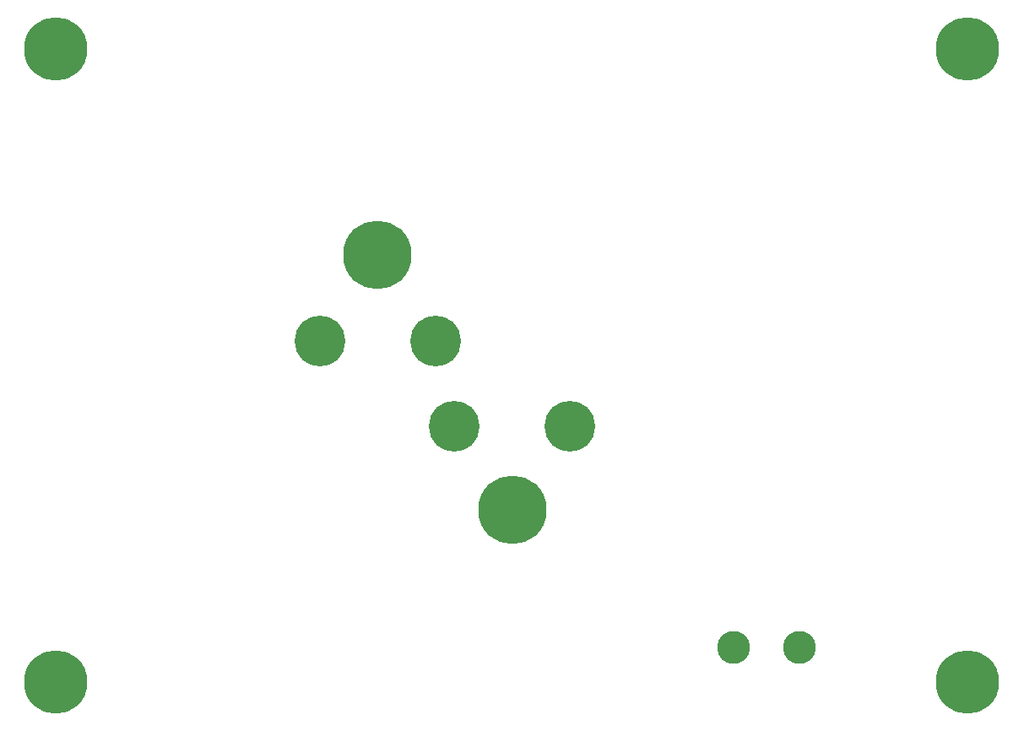
<source format=gbl>
G04 start of page 5 for group 3 idx 3 *
G04 Title: (unknown), 3GND *
G04 Creator: pcb 20110918 *
G04 CreationDate: Mon Dec 23 20:18:39 2013 UTC *
G04 For: fosse *
G04 Format: Gerber/RS-274X *
G04 PCB-Dimensions: 550000 350000 *
G04 PCB-Coordinate-Origin: lower left *
%MOIN*%
%FSLAX25Y25*%
%LNBOTTOM*%
%ADD50C,0.1160*%
%ADD49C,0.0890*%
%ADD48C,0.1090*%
%ADD47C,0.0945*%
%ADD46C,0.1150*%
%ADD45C,0.2700*%
%ADD44C,0.2000*%
%ADD43C,0.2500*%
%ADD42C,0.1300*%
G54D42*X327110Y52090D03*
X353110D03*
G54D43*X419610Y288340D03*
Y38340D03*
G54D44*X262410Y139240D03*
G54D45*X239910Y106240D03*
X186500Y207000D03*
D03*
D03*
G54D44*X209350Y173000D03*
X216910Y139240D03*
X163850Y173000D03*
G54D43*X59610Y288340D03*
Y38340D03*
G54D46*G54D47*G54D48*G54D49*G54D50*G54D49*G54D48*M02*

</source>
